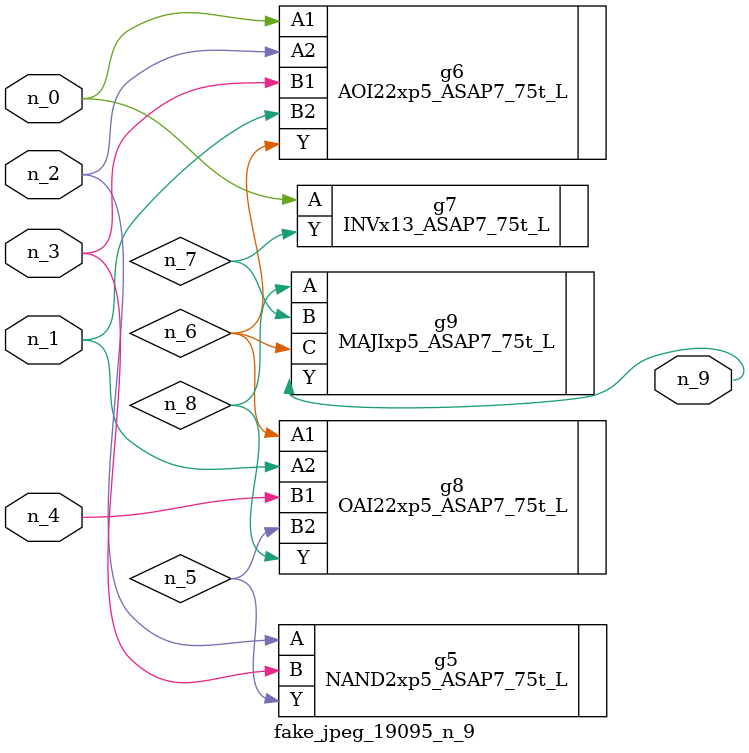
<source format=v>
module fake_jpeg_19095_n_9 (n_3, n_2, n_1, n_0, n_4, n_9);

input n_3;
input n_2;
input n_1;
input n_0;
input n_4;

output n_9;

wire n_8;
wire n_6;
wire n_5;
wire n_7;

NAND2xp5_ASAP7_75t_L g5 ( 
.A(n_2),
.B(n_3),
.Y(n_5)
);

AOI22xp5_ASAP7_75t_L g6 ( 
.A1(n_0),
.A2(n_2),
.B1(n_3),
.B2(n_1),
.Y(n_6)
);

INVx13_ASAP7_75t_L g7 ( 
.A(n_0),
.Y(n_7)
);

OAI22xp5_ASAP7_75t_L g8 ( 
.A1(n_6),
.A2(n_1),
.B1(n_4),
.B2(n_5),
.Y(n_8)
);

MAJIxp5_ASAP7_75t_L g9 ( 
.A(n_8),
.B(n_7),
.C(n_6),
.Y(n_9)
);


endmodule
</source>
